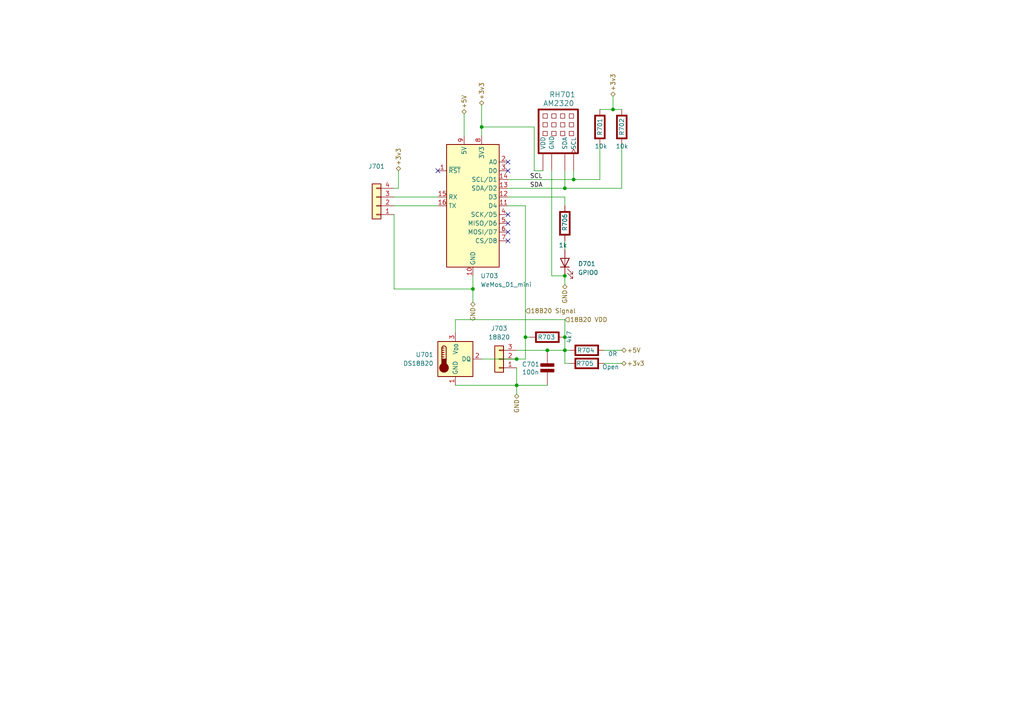
<source format=kicad_sch>
(kicad_sch (version 20231120) (generator "eeschema") (generator_version "8.0")
  (paper "A4")
  (lib_symbols
    (symbol "Device:LED" (pin_numbers hide) (pin_names (offset 1.016) hide)
      (property "Reference" "D" (at 0 2.54 0))
      (property "Value" "LED" (at 0 -2.54 0))
      (symbol "LED_0_1"
        (polyline (pts (xy -1.27 -1.27) (xy -1.27 1.27)) (stroke (width 0.254)))
        (polyline (pts (xy -1.27 0) (xy 1.27 0)))
        (polyline (pts (xy 1.27 -1.27) (xy 1.27 1.27) (xy -1.27 0) (xy 1.27 -1.27)) (stroke (width 0.254)))
        (polyline (pts (xy -3.048 -0.762) (xy -4.572 -2.286) (xy -3.81 -2.286) (xy -4.572 -2.286) (xy -4.572 -1.524)))
        (polyline (pts (xy -1.778 -0.762) (xy -3.302 -2.286) (xy -2.54 -2.286) (xy -3.302 -2.286) (xy -3.302 -1.524)))
      )
      (symbol "LED_1_1"
        (pin passive line (at -3.81 0 0) (length 2.54) (name "K") (number "1"))
        (pin passive line (at 3.81 0 180) (length 2.54) (name "A") (number "2"))
      )
    )
    (symbol "MCU_Module:WeMos_D1_mini"
      (property "Reference" "U" (at 3.81 19.05 0))
      (property "Value" "WeMos_D1_mini" (at 1.27 -19.05 0))
      (symbol "WeMos_D1_mini_1_1"
        (rectangle (start -7.62 17.78) (end 7.62 -17.78) (stroke (width 0.254)) (fill (type background)))
        (pin input line (at -10.16 10.16 0) (length 2.54) (name "~{RST}") (number "1"))
        (pin power_in line (at 0 -20.32 90) (length 2.54) (name "GND") (number "10"))
        (pin bidirectional line (at 10.16 0 180) (length 2.54) (name "D4") (number "11"))
        (pin bidirectional line (at 10.16 2.54 180) (length 2.54) (name "D3") (number "12"))
        (pin bidirectional line (at 10.16 5.08 180) (length 2.54) (name "SDA/D2") (number "13"))
        (pin bidirectional line (at 10.16 7.62 180) (length 2.54) (name "SCL/D1") (number "14"))
        (pin input line (at -10.16 2.54 0) (length 2.54) (name "RX") (number "15"))
        (pin output line (at -10.16 0 0) (length 2.54) (name "TX") (number "16"))
        (pin input line (at 10.16 12.7 180) (length 2.54) (name "A0") (number "2"))
        (pin bidirectional line (at 10.16 10.16 180) (length 2.54) (name "D0") (number "3"))
        (pin bidirectional line (at 10.16 -2.54 180) (length 2.54) (name "SCK/D5") (number "4"))
        (pin bidirectional line (at 10.16 -5.08 180) (length 2.54) (name "MISO/D6") (number "5"))
        (pin bidirectional line (at 10.16 -7.62 180) (length 2.54) (name "MOSI/D7") (number "6"))
        (pin bidirectional line (at 10.16 -10.16 180) (length 2.54) (name "CS/D8") (number "7"))
        (pin power_out line (at 2.54 20.32 270) (length 2.54) (name "3V3") (number "8"))
        (pin power_in line (at -2.54 20.32 270) (length 2.54) (name "5V") (number "9"))
      )
    )
    (symbol "PCM_4ms_Connector:Conn_01x03" (pin_names (offset 1.016) hide)
      (property "Reference" "J" (at 0 5.08 0))
      (property "Value" "Conn_01x03" (at 0 -5.08 0))
      (symbol "Conn_01x03_1_1"
        (rectangle (start -1.27 -2.413) (end 0 -2.667) (stroke (width 0.1524)))
        (rectangle (start -1.27 0.127) (end 0 -0.127) (stroke (width 0.1524)))
        (rectangle (start -1.27 2.667) (end 0 2.413) (stroke (width 0.1524)))
        (rectangle (start -1.27 3.81) (end 1.27 -3.81) (stroke (width 0.254)) (fill (type background)))
        (pin passive line (at -5.08 2.54 0) (length 3.81) (name "Pin_1") (number "1"))
        (pin passive line (at -5.08 0 0) (length 3.81) (name "Pin_2") (number "2"))
        (pin passive line (at -5.08 -2.54 0) (length 3.81) (name "Pin_3") (number "3"))
      )
    )
    (symbol "PCM_4ms_Connector:Conn_01x04" (pin_names (offset 1.016) hide)
      (property "Reference" "J" (at 0 5.08 0))
      (property "Value" "Conn_01x04" (at 0 -7.62 0))
      (symbol "Conn_01x04_1_1"
        (rectangle (start -1.27 -4.953) (end 0 -5.207) (stroke (width 0.1524)))
        (rectangle (start -1.27 -2.413) (end 0 -2.667) (stroke (width 0.1524)))
        (rectangle (start -1.27 0.127) (end 0 -0.127) (stroke (width 0.1524)))
        (rectangle (start -1.27 2.667) (end 0 2.413) (stroke (width 0.1524)))
        (rectangle (start -1.27 3.81) (end 1.27 -6.35) (stroke (width 0.254)) (fill (type background)))
        (pin passive line (at -5.08 2.54 0) (length 3.81) (name "Pin_1") (number "1"))
        (pin passive line (at -5.08 0 0) (length 3.81) (name "Pin_2") (number "2"))
        (pin passive line (at -5.08 -2.54 0) (length 3.81) (name "Pin_3") (number "3"))
        (pin passive line (at -5.08 -5.08 0) (length 3.81) (name "Pin_4") (number "4"))
      )
    )
    (symbol "PCM_Elektuur:C" (pin_numbers hide) (pin_names (offset 0) hide)
      (property "Reference" "C" (at 0.635 3.175 0))
      (property "Value" "C" (at 0.635 -3.175 0))
      (symbol "C_1_1"
        (rectangle (start -1.905 -0.4318) (end 1.905 -1.1938) (stroke (width 0.254)) (fill (type outline)))
        (rectangle (start -1.905 1.1938) (end 1.905 0.4318) (stroke (width 0.254)) (fill (type outline)))
        (pin passive line (at 0 5.08 270) (length 3.8862) (name "+") (number "1"))
        (pin passive line (at 0 -5.08 90) (length 3.8862) (name "-") (number "2"))
      )
      (symbol "C_1_2"
        (polyline (pts (xy -1.905 -1.4986) (xy 1.905 -1.4986) (xy 1.905 -0.4318) (xy -1.905 -0.4318) (xy -1.905 -1.4986) (xy -1.8034 -1.397) (xy -1.8034 -0.5334) (xy 1.8034 -0.5334) (xy 1.8034 -1.397) (xy -1.8034 -1.397) (xy -1.905 -1.4986)) (stroke (width 0.254)) (fill (type outline)))
        (polyline (pts (xy -1.905 0.4318) (xy 1.905 0.4318) (xy 1.905 1.4986) (xy -1.905 1.4986) (xy -1.905 0.4318) (xy -1.8034 0.5334) (xy -1.8034 1.397) (xy 1.8034 1.397) (xy 1.8034 0.5334) (xy -1.8034 0.5334) (xy -1.905 0.4318)) (stroke (width 0.254)) (fill (type outline)))
        (pin passive line (at 0 5.08 270) (length 3.5814) (name "+") (number "1"))
        (pin passive line (at 0 -5.08 90) (length 3.5814) (name "-") (number "2"))
      )
    )
    (symbol "PCM_Elektuur:R" (pin_numbers hide) (pin_names (offset 0) hide)
      (property "Reference" "R" (at 2.54 3.175 0))
      (property "Value" "R" (at 0 0 90))
      (symbol "R_1_1"
        (polyline (pts (xy -1.524 -3.429) (xy 1.524 -3.429) (xy 1.524 3.429) (xy -1.524 3.429) (xy -1.524 -3.429) (xy -1.27 -3.175) (xy -1.27 3.175) (xy 1.27 3.175) (xy 1.27 -3.175) (xy -1.27 -3.175) (xy -1.524 -3.429)) (stroke (width 0.254)) (fill (type outline)))
        (pin passive line (at 0 5.08 270) (length 1.651) (name "+") (number "1"))
        (pin passive line (at 0 -5.08 90) (length 1.651) (name "-") (number "2"))
      )
      (symbol "R_1_2"
        (polyline (pts (xy -0.508 -3.429) (xy 1.524 -3.429) (xy 1.524 3.429) (xy -0.508 3.429) (xy -0.508 3.175) (xy 1.27 3.175) (xy 1.27 -3.175) (xy -0.508 -3.175) (xy -0.508 -3.429)) (stroke (width 0.254)) (fill (type outline)))
        (pin passive line (at 0 5.08 270) (length 1.651) (name "+") (number "1"))
        (pin passive line (at 0 -5.08 90) (length 1.651) (name "-") (number "2"))
      )
      (symbol "R_1_3"
        (polyline (pts (xy 0 3.4798) (xy 0 3.2004) (xy 0.7112 2.794) (xy -1.1938 1.6764) (xy 0.7112 0.5588) (xy -1.1938 -0.5588) (xy 0.7112 -1.6764) (xy -1.1938 -2.794) (xy 0 -3.4798) (xy 0 -3.2004) (xy -0.7112 -2.794) (xy 1.1938 -1.6764) (xy -0.7112 -0.5588) (xy 1.1938 0.5588) (xy -0.7112 1.6764) (xy 1.1938 2.794) (xy 0 3.4798)) (stroke (width 0.254)) (fill (type outline)))
        (pin passive line (at 0 5.08 270) (length 1.6002) (name "+") (number "1"))
        (pin passive line (at 0 -5.08 90) (length 1.6002) (name "-") (number "2"))
      )
      (symbol "R_1_4"
        (polyline (pts (xy 0 4.5466) (xy 0 4.2672) (xy 0.0508 4.2418) (xy 1.016 3.683) (xy -1.524 2.2098) (xy 1.016 0.7366) (xy -1.524 -0.7366) (xy 1.016 -2.2098) (xy -1.524 -3.683) (xy -0.0762 -4.5212) (xy 0 -4.5466) (xy 0 -4.2672) (xy -0.0508 -4.2418) (xy -1.016 -3.683) (xy 1.524 -2.2098) (xy -1.016 -0.7366) (xy 1.524 0.7366) (xy -1.016 2.2098) (xy 1.524 3.683) (xy 0.0762 4.5212) (xy 0 4.5466)) (stroke (width 0.254)) (fill (type outline)))
        (pin passive line (at 0 5.08 270) (length 0.5334) (name "+") (number "1"))
        (pin passive line (at 0 -5.08 90) (length 0.5334) (name "-") (number "2"))
      )
    )
    (symbol "Sensor_Temperature:DS18B20"
      (property "Reference" "U" (at -3.81 6.35 0))
      (property "Value" "DS18B20" (at 6.35 6.35 0))
      (symbol "DS18B20_0_1"
        (rectangle (start -5.08 5.08) (end 5.08 -5.08) (stroke (width 0.254)) (fill (type background)))
        (circle (center -3.302 -2.54) (radius 1.27) (stroke (width 0.254)) (fill (type outline)))
        (rectangle (start -2.667 -1.905) (end -3.937 0) (stroke (width 0.254)) (fill (type outline)))
        (arc (start -2.667 3.175) (mid -3.302 3.8073) (end -3.937 3.175) (stroke (width 0.254)))
        (polyline (pts (xy -3.937 0.635) (xy -3.302 0.635)) (stroke (width 0.254)))
        (polyline (pts (xy -3.937 1.27) (xy -3.302 1.27)) (stroke (width 0.254)))
        (polyline (pts (xy -3.937 1.905) (xy -3.302 1.905)) (stroke (width 0.254)))
        (polyline (pts (xy -3.937 2.54) (xy -3.302 2.54)) (stroke (width 0.254)))
        (polyline (pts (xy -3.937 3.175) (xy -3.937 0)) (stroke (width 0.254)))
        (polyline (pts (xy -3.937 3.175) (xy -3.302 3.175)) (stroke (width 0.254)))
        (polyline (pts (xy -2.667 3.175) (xy -2.667 0)) (stroke (width 0.254)))
      )
      (symbol "DS18B20_1_1"
        (pin power_in line (at 0 -7.62 90) (length 2.54) (name "GND") (number "1"))
        (pin bidirectional line (at 7.62 0 180) (length 2.54) (name "DQ") (number "2"))
        (pin power_in line (at 0 7.62 270) (length 2.54) (name "V_{DD}") (number "3"))
      )
    )
    (symbol "nosuz:AM2320" (pin_numbers hide) (pin_names (offset 1.016))
      (property "Reference" "RH" (at 0 11.43 0))
      (property "Value" "AM2320" (at -6.35 3.81 90))
      (symbol "AM2320_0_1"
        (rectangle (start -3.81 3.81) (end -2.54 2.54))
        (rectangle (start -3.81 6.35) (end -2.54 5.08))
        (rectangle (start -3.81 8.89) (end -2.54 7.62))
        (rectangle (start -1.27 3.81) (end 0 2.54))
        (rectangle (start -1.27 6.35) (end 0 5.08))
        (rectangle (start -1.27 8.89) (end 0 7.62))
        (rectangle (start 1.27 3.81) (end 2.54 2.54))
        (rectangle (start 1.27 6.35) (end 2.54 5.08))
        (rectangle (start 1.27 8.89) (end 2.54 7.62))
        (rectangle (start 3.81 3.81) (end 5.08 2.54))
        (rectangle (start 3.81 6.35) (end 5.08 5.08))
        (rectangle (start 3.81 8.89) (end 5.08 7.62))
        (rectangle (start 6.35 -2.54) (end -5.08 10.16) (stroke (width 0.508)))
      )
      (symbol "AM2320_1_1"
        (pin passive line (at -3.81 -7.62 90) (length 5.08) (name "VDD") (number "1"))
        (pin bidirectional line (at 2.54 -7.62 90) (length 5.08) (name "SDA") (number "2"))
        (pin passive line (at -1.27 -7.62 90) (length 5.08) (name "GND") (number "3"))
        (pin input clock (at 5.08 -7.62 90) (length 5.08) (name "SCL") (number "4"))
      )
    )
  )
  (junction (at 163.83 80.01))
  (junction (at 152.4 97.79))
  (junction (at 163.83 54.61))
  (junction (at 177.8 31.75))
  (junction (at 166.37 52.07))
  (junction (at 137.16 83.82))
  (junction (at 149.86 104.14))
  (junction (at 139.7 36.83))
  (junction (at 163.83 97.79))
  (junction (at 163.83 101.6))
  (junction (at 149.86 111.76))
  (junction (at 158.75 101.6))
  (no_connect (at 147.32 46.99))
  (no_connect (at 147.32 64.77))
  (no_connect (at 147.32 69.85))
  (no_connect (at 147.32 62.23))
  (no_connect (at 147.32 67.31))
  (no_connect (at 147.32 49.53))
  (no_connect (at 127 49.53))
  (wire (pts (xy 149.86 101.6) (xy 158.75 101.6)))
  (wire (pts (xy 137.16 83.82) (xy 137.16 87.63)))
  (wire (pts (xy 149.86 111.76) (xy 149.86 114.3)))
  (wire (pts (xy 180.34 54.61) (xy 163.83 54.61)))
  (wire (pts (xy 139.7 36.83) (xy 139.7 30.48)))
  (wire (pts (xy 160.02 49.53) (xy 160.02 80.01)))
  (wire (pts (xy 163.83 101.6) (xy 163.83 97.79)))
  (wire (pts (xy 173.99 52.07) (xy 166.37 52.07)))
  (wire (pts (xy 147.32 57.15) (xy 163.83 57.15)))
  (wire (pts (xy 160.02 80.01) (xy 163.83 80.01)))
  (wire (pts (xy 177.8 27.94) (xy 177.8 31.75)))
  (wire (pts (xy 139.7 104.14) (xy 149.86 104.14)))
  (wire (pts (xy 152.4 97.79) (xy 152.4 59.69)))
  (wire (pts (xy 165.1 101.6) (xy 163.83 101.6)))
  (wire (pts (xy 114.3 83.82) (xy 137.16 83.82)))
  (wire (pts (xy 175.26 105.41) (xy 180.34 105.41)))
  (wire (pts (xy 115.57 49.53) (xy 115.57 54.61)))
  (wire (pts (xy 177.8 31.75) (xy 180.34 31.75)))
  (wire (pts (xy 154.94 49.53) (xy 154.94 36.83)))
  (wire (pts (xy 163.83 82.55) (xy 163.83 80.01)))
  (wire (pts (xy 139.7 39.37) (xy 139.7 36.83)))
  (wire (pts (xy 149.86 111.76) (xy 158.75 111.76)))
  (wire (pts (xy 114.3 57.15) (xy 127 57.15)))
  (wire (pts (xy 180.34 101.6) (xy 175.26 101.6)))
  (wire (pts (xy 163.83 97.79) (xy 163.83 92.71)))
  (wire (pts (xy 149.86 104.14) (xy 152.4 104.14)))
  (wire (pts (xy 163.83 54.61) (xy 147.32 54.61)))
  (wire (pts (xy 132.08 96.52) (xy 132.08 92.71)))
  (wire (pts (xy 114.3 62.23) (xy 114.3 83.82)))
  (wire (pts (xy 173.99 41.91) (xy 173.99 52.07)))
  (wire (pts (xy 163.83 105.41) (xy 165.1 105.41)))
  (wire (pts (xy 163.83 69.85) (xy 163.83 72.39)))
  (wire (pts (xy 173.99 31.75) (xy 177.8 31.75)))
  (wire (pts (xy 180.34 41.91) (xy 180.34 54.61)))
  (wire (pts (xy 163.83 57.15) (xy 163.83 59.69)))
  (wire (pts (xy 132.08 92.71) (xy 163.83 92.71)))
  (wire (pts (xy 134.62 39.37) (xy 134.62 33.02)))
  (wire (pts (xy 149.86 106.68) (xy 149.86 111.76)))
  (wire (pts (xy 163.83 105.41) (xy 163.83 101.6)))
  (wire (pts (xy 163.83 49.53) (xy 163.83 54.61)))
  (wire (pts (xy 166.37 52.07) (xy 166.37 49.53)))
  (wire (pts (xy 154.94 36.83) (xy 139.7 36.83)))
  (wire (pts (xy 132.08 111.76) (xy 149.86 111.76)))
  (wire (pts (xy 158.75 101.6) (xy 163.83 101.6)))
  (wire (pts (xy 153.67 97.79) (xy 152.4 97.79)))
  (wire (pts (xy 115.57 54.61) (xy 114.3 54.61)))
  (wire (pts (xy 114.3 59.69) (xy 127 59.69)))
  (wire (pts (xy 137.16 80.01) (xy 137.16 83.82)))
  (wire (pts (xy 152.4 59.69) (xy 147.32 59.69)))
  (wire (pts (xy 152.4 104.14) (xy 152.4 97.79)))
  (wire (pts (xy 147.32 52.07) (xy 166.37 52.07)))
  (wire (pts (xy 157.48 49.53) (xy 154.94 49.53)))
  (label "SDA" (at 153.67 54.61 0))
  (label "SCL" (at 153.67 52.07 0))
  (hierarchical_label "+5V" (shape bidirectional) (at 134.62 33.02 90))
  (hierarchical_label "+3v3" (shape bidirectional) (at 115.57 49.53 90))
  (hierarchical_label "GND" (shape bidirectional) (at 163.83 82.55 270))
  (hierarchical_label "GND" (shape bidirectional) (at 149.86 114.3 270))
  (hierarchical_label "+3v3" (shape bidirectional) (at 180.34 105.41 0))
  (hierarchical_label "+3v3" (shape bidirectional) (at 139.7 30.48 90))
  (hierarchical_label "18B20 Signal" (shape input) (at 152.4 90.17 0))
  (hierarchical_label "+5V" (shape bidirectional) (at 180.34 101.6 0))
  (hierarchical_label "GND" (shape bidirectional) (at 137.16 87.63 270))
  (hierarchical_label "18B20 VDD" (shape input) (at 163.83 92.71 0))
  (hierarchical_label "+3v3" (shape bidirectional) (at 177.8 27.94 90))
  (symbol (lib_id "PCM_4ms_Connector:Conn_01x03") (at 144.78 104.14 180) (unit 1)
    (property "Reference" "J703" (at 144.78 95.25 0))
    (property "Value" "18B20" (at 144.78 97.79 0))
    (property "Footprint" "PCM_4ms_Connector:Pins_1x03_2.54mm_TH" (effects (hide yes)))
    (property "Description" "HEADER 1x3 MALE PINS 0.100” 180deg" (effects (hide yes)))
    (property "Specifications" "HEADER 1x3 MALE PINS 0.100” 180deg" (effects (hide yes)))
    (property "Manufacturer" "TAD" (effects (hide yes)))
    (property "Part Number" "1-0301FBV0T" (effects (hide yes)))
  )
  (symbol (lib_id "PCM_Elektuur:R") (at 163.83 64.77 0) (unit 1)
    (property "Reference" "R706" (at 163.83 67.056 90) (effects (justify left)))
    (property "Value" "1k" (at 162.052 71.12 0) (effects (justify left)))
    (property "Footprint" "Resistor_SMD:R_0805_2012Metric" (effects (hide yes)))
    (property "Description" "resistor" (effects (hide yes)))
    (property "Indicator" "+" (effects (hide yes)))
    (property "Rating" "W" (effects (hide yes)))
  )
  (symbol (lib_id "PCM_Elektuur:R") (at 173.99 36.83 0) (unit 1)
    (property "Reference" "R701" (at 173.99 39.37 90) (effects (justify left)))
    (property "Value" "10k" (at 172.466 42.418 0) (effects (justify left)))
    (property "Footprint" "Resistor_SMD:R_0805_2012Metric" (effects (hide yes)))
    (property "Description" "resistor" (effects (hide yes)))
    (property "Indicator" "+" (effects (hide yes)))
    (property "Rating" "W" (effects (hide yes)))
  )
  (symbol (lib_id "MCU_Module:WeMos_D1_mini") (at 137.16 59.69 0) (unit 1)
    (property "Reference" "U703" (at 139.3541 80.01 0) (effects (justify left)))
    (property "Value" "WeMos_D1_mini" (at 139.3541 82.55 0) (effects (justify left)))
    (property "Footprint" "Module:WEMOS_D1_mini_light" (effects (hide yes)))
    (property "Datasheet" "https://wiki.wemos.cc/products:d1:d1_mini#documentation" (effects (hide yes)))
    (property "Description" "32-bit microcontroller module with WiFi" (effects (hide yes)))
  )
  (symbol (lib_id "PCM_Elektuur:R") (at 170.18 101.6 90) (unit 1)
    (property "Reference" "R704" (at 172.466 101.6 90) (effects (justify left)))
    (property "Value" "0R" (at 179.07 102.616 90) (effects (justify left)))
    (property "Footprint" "Resistor_SMD:R_0805_2012Metric" (effects (hide yes)))
    (property "Description" "resistor" (effects (hide yes)))
    (property "Indicator" "+" (effects (hide yes)))
    (property "Rating" "W" (effects (hide yes)))
  )
  (symbol (lib_id "PCM_Elektuur:R") (at 180.34 36.83 0) (unit 1)
    (property "Reference" "R702" (at 180.34 39.37 90) (effects (justify left)))
    (property "Value" "10k" (at 178.562 42.418 0) (effects (justify left)))
    (property "Footprint" "Resistor_SMD:R_0805_2012Metric" (effects (hide yes)))
    (property "Description" "resistor" (effects (hide yes)))
    (property "Indicator" "+" (effects (hide yes)))
    (property "Rating" "W" (effects (hide yes)))
  )
  (symbol (lib_id "PCM_Elektuur:R") (at 158.75 97.79 90) (unit 1)
    (property "Reference" "R703" (at 161.036 97.79 90) (effects (justify left)))
    (property "Value" "4k7" (at 165.1 99.568 0) (effects (justify left)))
    (property "Footprint" "Resistor_SMD:R_0805_2012Metric" (effects (hide yes)))
    (property "Description" "resistor" (effects (hide yes)))
    (property "Indicator" "+" (effects (hide yes)))
    (property "Rating" "W" (effects (hide yes)))
  )
  (symbol (lib_id "Sensor_Temperature:DS18B20") (at 132.08 104.14 0) (unit 1)
    (property "Reference" "U701" (at 125.73 102.8699 0) (effects (justify right)))
    (property "Value" "DS18B20" (at 125.73 105.4099 0) (effects (justify right)))
    (property "Footprint" "Package_TO_SOT_THT:TO-92_Inline" (effects (hide yes)))
    (property "Datasheet" "http://datasheets.maximintegrated.com/en/ds/DS18B20.pdf" (effects (hide yes)))
    (property "Description" "Programmable Resolution 1-Wire Digital Thermometer TO-92" (effects (hide yes)))
  )
  (symbol (lib_id "PCM_Elektuur:C") (at 158.75 106.68 0) (unit 1)
    (property "Reference" "C701" (at 151.384 105.664 0) (effects (justify left)))
    (property "Value" "100n" (at 151.384 107.95 0) (effects (justify left)))
    (property "Footprint" "Capacitor_SMD:C_0805_2012Metric" (effects (hide yes)))
    (property "Description" "capacitor, non-polarized/bipolar" (effects (hide yes)))
    (property "Indicator" "+" (effects (hide yes)))
    (property "Rating" "V" (effects (hide yes)))
  )
  (symbol (lib_id "Device:LED") (at 163.83 76.2 90) (unit 1)
    (property "Reference" "D701" (at 167.64 76.5174 90) (effects (justify right)))
    (property "Value" "GPIO0" (at 167.64 79.0574 90) (effects (justify right)))
    (property "Footprint" "LED_THT:LED_D3.0mm" (effects (hide yes)))
    (property "Description" "Light emitting diode" (effects (hide yes)))
  )
  (symbol (lib_id "PCM_Elektuur:R") (at 170.18 105.41 90) (unit 1)
    (property "Reference" "R705" (at 172.212 105.41 90) (effects (justify left)))
    (property "Value" "Open" (at 179.578 106.426 90) (effects (justify left)))
    (property "Footprint" "Resistor_SMD:R_0805_2012Metric" (effects (hide yes)))
    (property "Description" "resistor" (effects (hide yes)))
    (property "Indicator" "+" (effects (hide yes)))
    (property "Rating" "W" (effects (hide yes)))
  )
  (symbol (lib_id "nosuz:AM2320") (at 161.29 41.91 0) (unit 1)
    (property "Reference" "RH701" (at 159.258 27.432 0) (effects (font (size 1.524 1.524)) (justify left)))
    (property "Value" "AM2320" (at 157.48 29.972 0) (effects (font (size 1.524 1.524)) (justify left)))
    (property "Footprint" "Sensor:ASAIR_AM2302_P2.54mm_Vertical" (effects (hide yes)))
    (property "Description" "Temp and Relative Humidity Sensor" (effects (hide yes)))
  )
  (symbol (lib_id "PCM_4ms_Connector:Conn_01x04") (at 109.22 59.69 180) (unit 1)
    (property "Reference" "J701" (at 109.22 48.26 0))
    (property "Value" "RX/TX" (effects (hide yes)))
    (property "Footprint" "PCM_4ms_Connector:Pins_1x04_2.54mm_TH" (effects (hide yes)))
    (property "Description" "HEADER 1x4 MALE PINS 0.100” 180deg" (effects (hide yes)))
    (property "Specifications" "HEADER 1x4 MALE PINS 0.100” 180deg" (effects (hide yes)))
    (property "Manufacturer" "TAD" (effects (hide yes)))
    (property "Part Number" "1-0401FBV0T" (effects (hide yes)))
  )
)
</source>
